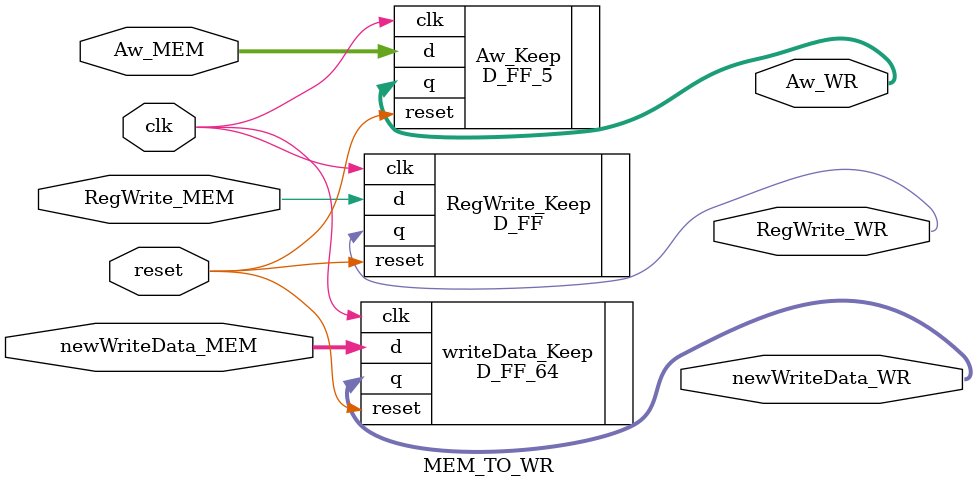
<source format=sv>

module IF_To_DEC (instruction_out, instruction_in, PC_in, PC_out, PC0, PC0_Decode, reset, clk); 
	input logic [31:0] instruction_in;
	input logic [63:0] PC_in, PC0;
	output [31:0] instruction_out;
	output [63:0] PC_out, PC0_Decode;
	input reset, clk;
	
	D_FF_32 instr_Keep (.q(instruction_out), .d(instruction_in), .reset, .clk);
	D_FF_64 PC_Keep (.q(PC_out), .d(PC_in), .reset, .clk);
	D_FF_64 PC0_Keep (.q(PC0_Decode), .d(PC0), .reset, .clk);
endmodule

//Buffer 2: from Reg/Dec to Exec
module DEC_To_EXE (clk, reset, PC0_in, Aw, readData1, readData2,newAddress, MemRead, MemtoReg, MemWrite, ALUSrc, RegWrite, setFlag,  bl,  ALUControl, 
   PC0_out, Aw_EXE, readData1_EXE, readData2_EXE, newAddress_EXE, MemRead_EXE, MemtoReg_EXE, MemWrite_EXE, ALUSrc_EXE, RegWrite_EXE, setFlag_EXE,  bl_EXE, ALUControl_EXE);

	input logic MemRead, MemtoReg, MemWrite, ALUSrc, RegWrite, setFlag, bl, clk, reset;
	input logic [2:0] ALUControl;
	input logic [4:0] Aw;
	input logic [63:0] PC0_in, readData1, readData2, newAddress;
	
	output MemRead_EXE, MemtoReg_EXE, MemWrite_EXE, ALUSrc_EXE, RegWrite_EXE, setFlag_EXE, bl_EXE;
	output [2:0] ALUControl_EXE;
	output [4:0] Aw_EXE;
	output [63:0] PC0_out, readData1_EXE, readData2_EXE, newAddress_EXE;
	
	D_FF MemRead_Keep (.q(MemRead_EXE), .d(MemRead), .reset, .clk);
	D_FF MemtoReg_Keep (.q(MemtoReg_EXE), .d(MemtoReg), .reset, .clk);
	D_FF MemWrite_Keep (.q(MemWrite_EXE), .d(MemWrite), .reset, .clk);
	D_FF ALUSrc_Keep (.q(ALUSrc_EXE), .d(ALUSrc), .reset, .clk);
	D_FF RegWrite_Keep (.q(RegWrite_EXE), .d(RegWrite), .reset, .clk);
	D_FF setFlag_Keep (.q(setFlag_EXE), .d(setFlag), .reset, .clk);
	D_FF bl_Keep (.q(bl_EXE), .d(bl), .reset, .clk);
	D_FF_3 ALUControl_Keep (.q(ALUControl_EXE), .d(ALUControl), .reset, .clk);
	D_FF_5 Aw_Keep (.q(Aw_EXE), .d(Aw), .reset, .clk);
	D_FF_64 PC0_Keep (.q(PC0_out), .d(PC0_in), .reset, .clk);
	D_FF_64 readData1_Keep (.q(readData1_EXE), .d(readData1), .reset, .clk);
	D_FF_64 readData2_Keep (.q(readData2_EXE), .d(readData2), .reset, .clk);
	D_FF_64 newAddress_Keep (.q(newAddress_EXE), .d(newAddress), .reset, .clk);
endmodule

//Buffer 3: from Exec to Mem
module EXE_To_MEM (clk, reset, Aw_EXE, address_BL_EXE, readData2_EXE, MemWrite_EXE, MemRead_EXE, MemtoReg_EXE, RegWrite_EXE,
  Aw_MEM, address_BL_MEM, readData2_MEM, MemWrite_MEM, MemRead_MEM, MemtoReg_MEM, RegWrite_MEM);

    input logic clk, reset, MemWrite_EXE, MemRead_EXE, MemtoReg_EXE, RegWrite_EXE;
	 input logic [4:0] Aw_EXE;
    input logic [63:0] address_BL_EXE, readData2_EXE;

    output MemWrite_MEM, MemRead_MEM, MemtoReg_MEM, RegWrite_MEM;
	 output [4:0] Aw_MEM;
    output [63:0] address_BL_MEM, readData2_MEM;

    D_FF MemWrite_Keep (.q(MemWrite_MEM), .d(MemWrite_EXE), .reset, .clk);
    D_FF MemRead_Keep (.q(MemRead_MEM), .d(MemRead_EXE), .reset, .clk);
    D_FF MemtoReg_Keep (.q(MemtoReg_MEM), .d(MemtoReg_EXE), .reset, .clk);
    D_FF RegWrite_Keep (.q(RegWrite_MEM), .d(RegWrite_EXE), .reset, .clk);
	 D_FF_5 Aw_Keep (.q(Aw_MEM), .d(Aw_EXE), .reset, .clk);
    D_FF_64 address_Keep (.q(address_BL_MEM), .d(address_BL_EXE), .reset, .clk);
    D_FF_64 readData2_Keep (.q(readData2_MEM), .d(readData2_EXE), .reset, .clk);

endmodule

//Buffer 4: from Mem to WR
module MEM_TO_WR (clk, reset, Aw_MEM, RegWrite_MEM, newWriteData_MEM, Aw_WR, RegWrite_WR,newWriteData_WR);

	input logic clk, reset, RegWrite_MEM;
	input logic [63:0] newWriteData_MEM;
	input logic [4:0] Aw_MEM;

	output RegWrite_WR;
	output [63:0] newWriteData_WR;
	output [4:0] Aw_WR;

	D_FF RegWrite_Keep (.q(RegWrite_WR), .d(RegWrite_MEM), .reset, .clk);
	D_FF_5 Aw_Keep (.q(Aw_WR), .d(Aw_MEM), .reset, .clk);
	D_FF_64 writeData_Keep (.q(newWriteData_WR), .d(newWriteData_MEM), .reset, .clk);

endmodule







</source>
